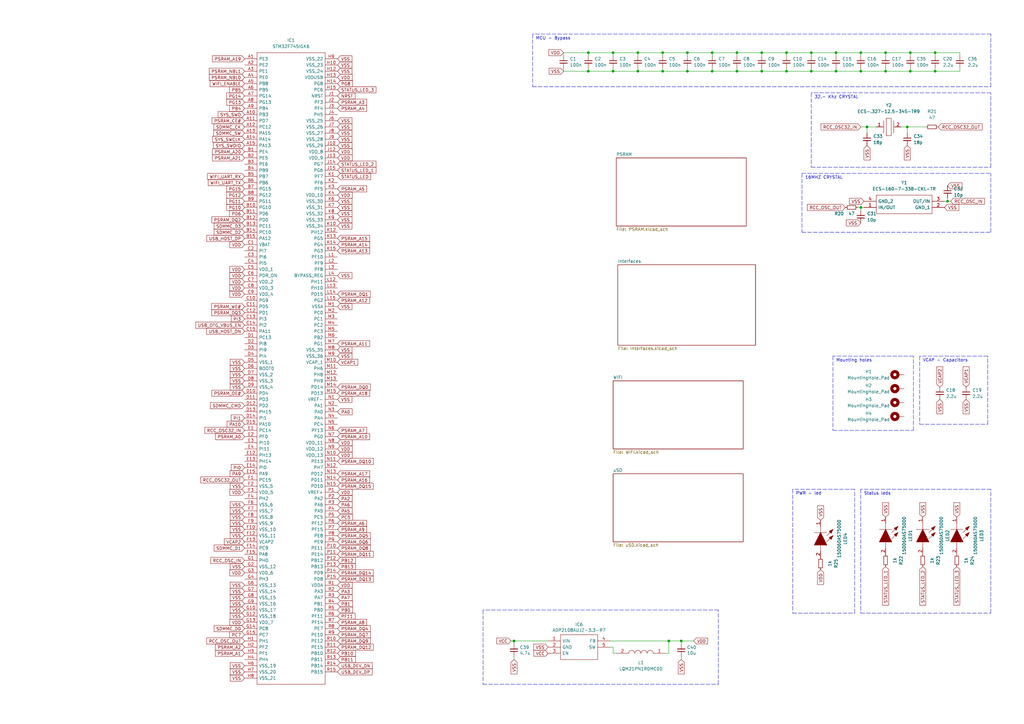
<source format=kicad_sch>
(kicad_sch (version 20211123) (generator eeschema)
  (paper "A3")
  (junction (at 271.78 29.21))
  (junction (at 292.1 21.59))
  (junction (at 312.42 29.21))
  (junction (at 322.58 21.59))
  (junction (at 261.62 29.21))
  (junction (at 342.9 21.59))
  (junction (at 302.26 21.59))
  (junction (at 363.22 29.21))
  (junction (at 342.9 29.21))
  (junction (at 332.74 21.59))
  (junction (at 271.78 21.59))
  (junction (at 281.94 29.21))
  (junction (at 241.3 21.59))
  (junction (at 251.46 21.59))
  (junction (at 251.46 29.21))
  (junction (at 312.42 21.59))
  (junction (at 355.6 52.07))
  (junction (at 353.06 21.59))
  (junction (at 332.74 29.21))
  (junction (at 373.38 29.21))
  (junction (at 383.54 21.59))
  (junction (at 373.38 21.59))
  (junction (at 281.94 21.59))
  (junction (at 210.82 262.89))
  (junction (at 353.06 29.21))
  (junction (at 279.4 262.89))
  (junction (at 372.11 52.07))
  (junction (at 274.32 262.89))
  (junction (at 241.3 29.21))
  (junction (at 383.54 29.21))
  (junction (at 363.22 21.59))
  (junction (at 353.06 85.09))
  (junction (at 292.1 29.21))
  (junction (at 322.58 29.21))
  (junction (at 261.62 21.59))
  (junction (at 302.26 29.21))
  (junction (at 388.62 82.55))
  (wire (pts (xy 279.4 270.51) (xy 279.4 269.24)))
  (polyline (pts (xy 328.93 71.12) (xy 328.93 95.25)))
  (polyline (pts (xy 198.12 250.19) (xy 198.12 280.67)))
  (polyline (pts (xy 350.52 200.66) (xy 325.12 200.66)))
  (wire (pts (xy 373.38 21.59) (xy 363.22 21.59)))
  (polyline (pts (xy 406.4 95.25) (xy 406.4 71.12)))
  (wire (pts (xy 372.11 52.07) (xy 372.11 54.61)))
  (wire (pts (xy 210.82 270.51) (xy 210.82 269.24)))
  (polyline (pts (xy 328.93 71.12) (xy 406.4 71.12)))
  (wire (pts (xy 332.74 21.59) (xy 322.58 21.59)))
  (wire (pts (xy 302.26 27.94) (xy 302.26 29.21)))
  (polyline (pts (xy 198.12 280.67) (xy 294.64 280.67)))
  (wire (pts (xy 363.22 22.86) (xy 363.22 21.59)))
  (wire (pts (xy 261.62 27.94) (xy 261.62 29.21)))
  (wire (pts (xy 363.22 21.59) (xy 353.06 21.59)))
  (wire (pts (xy 312.42 29.21) (xy 322.58 29.21)))
  (wire (pts (xy 274.32 267.97) (xy 274.32 262.89)))
  (wire (pts (xy 261.62 21.59) (xy 251.46 21.59)))
  (wire (pts (xy 312.42 21.59) (xy 302.26 21.59)))
  (wire (pts (xy 373.38 21.59) (xy 373.38 22.86)))
  (wire (pts (xy 279.4 262.89) (xy 279.4 264.16)))
  (wire (pts (xy 373.38 27.94) (xy 373.38 29.21)))
  (wire (pts (xy 251.46 22.86) (xy 251.46 21.59)))
  (polyline (pts (xy 353.06 200.66) (xy 353.06 251.46)))
  (wire (pts (xy 322.58 21.59) (xy 312.42 21.59)))
  (polyline (pts (xy 374.65 176.53) (xy 374.65 146.05)))
  (polyline (pts (xy 350.52 251.46) (xy 350.52 200.66)))
  (polyline (pts (xy 332.74 38.1) (xy 332.74 68.58)))
  (wire (pts (xy 250.19 265.43) (xy 251.46 265.43)))
  (wire (pts (xy 302.26 29.21) (xy 312.42 29.21)))
  (polyline (pts (xy 341.63 146.05) (xy 341.63 176.53)))
  (wire (pts (xy 383.54 27.94) (xy 383.54 29.21)))
  (wire (pts (xy 353.06 22.86) (xy 353.06 21.59)))
  (wire (pts (xy 241.3 22.86) (xy 241.3 21.59)))
  (wire (pts (xy 312.42 22.86) (xy 312.42 21.59)))
  (wire (pts (xy 373.38 21.59) (xy 383.54 21.59)))
  (polyline (pts (xy 406.4 251.46) (xy 406.4 200.66)))
  (wire (pts (xy 355.6 52.07) (xy 359.41 52.07)))
  (wire (pts (xy 261.62 22.86) (xy 261.62 21.59)))
  (wire (pts (xy 355.6 54.61) (xy 355.6 52.07)))
  (wire (pts (xy 209.55 262.89) (xy 210.82 262.89)))
  (wire (pts (xy 292.1 21.59) (xy 281.94 21.59)))
  (wire (pts (xy 393.7 27.94) (xy 393.7 29.21)))
  (wire (pts (xy 332.74 27.94) (xy 332.74 29.21)))
  (polyline (pts (xy 325.12 251.46) (xy 350.52 251.46)))
  (wire (pts (xy 342.9 22.86) (xy 342.9 21.59)))
  (wire (pts (xy 251.46 21.59) (xy 241.3 21.59)))
  (polyline (pts (xy 406.4 38.1) (xy 332.74 38.1)))
  (wire (pts (xy 353.06 21.59) (xy 342.9 21.59)))
  (wire (pts (xy 241.3 21.59) (xy 231.14 21.59)))
  (wire (pts (xy 353.06 29.21) (xy 363.22 29.21)))
  (wire (pts (xy 322.58 29.21) (xy 332.74 29.21)))
  (polyline (pts (xy 377.19 173.99) (xy 405.13 173.99)))
  (polyline (pts (xy 328.93 95.25) (xy 406.4 95.25)))
  (wire (pts (xy 363.22 29.21) (xy 373.38 29.21)))
  (wire (pts (xy 251.46 29.21) (xy 261.62 29.21)))
  (wire (pts (xy 322.58 22.86) (xy 322.58 21.59)))
  (polyline (pts (xy 332.74 68.58) (xy 406.4 68.58)))
  (wire (pts (xy 271.78 21.59) (xy 261.62 21.59)))
  (wire (pts (xy 353.06 27.94) (xy 353.06 29.21)))
  (wire (pts (xy 261.62 29.21) (xy 271.78 29.21)))
  (wire (pts (xy 372.11 52.07) (xy 379.73 52.07)))
  (polyline (pts (xy 405.13 173.99) (xy 405.13 146.05)))
  (wire (pts (xy 342.9 21.59) (xy 332.74 21.59)))
  (wire (pts (xy 342.9 29.21) (xy 353.06 29.21)))
  (polyline (pts (xy 218.44 35.56) (xy 406.4 35.56)))
  (wire (pts (xy 332.74 29.21) (xy 342.9 29.21)))
  (polyline (pts (xy 294.64 280.67) (xy 294.64 250.19)))
  (polyline (pts (xy 294.64 250.19) (xy 198.12 250.19)))
  (wire (pts (xy 231.14 27.94) (xy 231.14 29.21)))
  (wire (pts (xy 388.62 81.28) (xy 388.62 82.55)))
  (wire (pts (xy 231.14 21.59) (xy 231.14 22.86)))
  (wire (pts (xy 292.1 29.21) (xy 302.26 29.21)))
  (wire (pts (xy 393.7 22.86) (xy 393.7 21.59)))
  (wire (pts (xy 312.42 27.94) (xy 312.42 29.21)))
  (wire (pts (xy 281.94 29.21) (xy 292.1 29.21)))
  (wire (pts (xy 250.19 262.89) (xy 274.32 262.89)))
  (wire (pts (xy 210.82 262.89) (xy 224.79 262.89)))
  (wire (pts (xy 273.05 267.97) (xy 274.32 267.97)))
  (wire (pts (xy 373.38 29.21) (xy 383.54 29.21)))
  (wire (pts (xy 383.54 22.86) (xy 383.54 21.59)))
  (wire (pts (xy 388.62 82.55) (xy 389.89 82.55)))
  (wire (pts (xy 251.46 267.97) (xy 252.73 267.97)))
  (polyline (pts (xy 374.65 146.05) (xy 341.63 146.05)))
  (wire (pts (xy 353.06 85.09) (xy 353.06 86.36)))
  (wire (pts (xy 271.78 27.94) (xy 271.78 29.21)))
  (polyline (pts (xy 377.19 146.05) (xy 377.19 173.99)))
  (wire (pts (xy 281.94 27.94) (xy 281.94 29.21)))
  (wire (pts (xy 241.3 29.21) (xy 251.46 29.21)))
  (wire (pts (xy 292.1 22.86) (xy 292.1 21.59)))
  (polyline (pts (xy 325.12 200.66) (xy 325.12 251.46)))
  (wire (pts (xy 281.94 22.86) (xy 281.94 21.59)))
  (wire (pts (xy 210.82 264.16) (xy 210.82 262.89)))
  (wire (pts (xy 322.58 27.94) (xy 322.58 29.21)))
  (polyline (pts (xy 406.4 13.97) (xy 218.44 13.97)))
  (polyline (pts (xy 353.06 251.46) (xy 406.4 251.46)))
  (wire (pts (xy 251.46 265.43) (xy 251.46 267.97)))
  (wire (pts (xy 342.9 27.94) (xy 342.9 29.21)))
  (wire (pts (xy 302.26 22.86) (xy 302.26 21.59)))
  (wire (pts (xy 292.1 27.94) (xy 292.1 29.21)))
  (polyline (pts (xy 406.4 68.58) (xy 406.4 38.1)))
  (wire (pts (xy 251.46 27.94) (xy 251.46 29.21)))
  (wire (pts (xy 332.74 22.86) (xy 332.74 21.59)))
  (wire (pts (xy 351.79 85.09) (xy 353.06 85.09)))
  (wire (pts (xy 363.22 27.94) (xy 363.22 29.21)))
  (wire (pts (xy 231.14 29.21) (xy 241.3 29.21)))
  (wire (pts (xy 387.35 82.55) (xy 388.62 82.55)))
  (wire (pts (xy 353.06 85.09) (xy 354.33 85.09)))
  (wire (pts (xy 369.57 52.07) (xy 372.11 52.07)))
  (wire (pts (xy 383.54 21.59) (xy 393.7 21.59)))
  (wire (pts (xy 271.78 29.21) (xy 281.94 29.21)))
  (wire (pts (xy 241.3 27.94) (xy 241.3 29.21)))
  (polyline (pts (xy 406.4 200.66) (xy 353.06 200.66)))
  (polyline (pts (xy 341.63 176.53) (xy 374.65 176.53)))
  (wire (pts (xy 281.94 21.59) (xy 271.78 21.59)))
  (wire (pts (xy 383.54 29.21) (xy 393.7 29.21)))
  (wire (pts (xy 279.4 262.89) (xy 284.48 262.89)))
  (polyline (pts (xy 405.13 146.05) (xy 377.19 146.05)))
  (polyline (pts (xy 218.44 13.97) (xy 218.44 35.56)))
  (polyline (pts (xy 406.4 35.56) (xy 406.4 13.97)))
  (wire (pts (xy 279.4 262.89) (xy 274.32 262.89)))
  (wire (pts (xy 353.06 52.07) (xy 355.6 52.07)))
  (wire (pts (xy 302.26 21.59) (xy 292.1 21.59)))
  (wire (pts (xy 271.78 22.86) (xy 271.78 21.59)))
  (text "16MHZ CRYSTAL" (at 330.2 73.66 0) (effects (font (size 1.27 1.27)) (justify left bottom)))
  (text "32.- Khz CRYSTAL" (at 334.01 40.64 0) (effects (font (size 1.27 1.27)) (justify left bottom)))
  (text "PWR - led" (at 326.39 203.2 0) (effects (font (size 1.27 1.27)) (justify left bottom)))
  (text "Status leds" (at 354.33 203.2 0) (effects (font (size 1.27 1.27)) (justify left bottom)))
  (text "VCAP - Capacitors" (at 378.46 148.59 0) (effects (font (size 1.27 1.27)) (justify left bottom)))
  (text "Mounting holes" (at 342.9 148.59 0) (effects (font (size 1.27 1.27)) (justify left bottom)))
  (text "MCU - Bypass" (at 219.71 16.51 0) (effects (font (size 1.27 1.27)) (justify left bottom)))
  (global_label "VDD" (shape input) (at 138.43 186.69 0) (property "Intersheet References" "${INTERSHEET_REFS}" (effects hide)))
  (global_label "PA9" (shape input) (at 100.33 194.31 180) (property "Intersheet References" "${INTERSHEET_REFS}" (effects hide)))
  (global_label "PA5" (shape input) (at 138.43 209.55 0) (property "Intersheet References" "${INTERSHEET_REFS}" (effects hide)))
  (global_label "WIFI_UART_RX" (shape input) (at 100.33 72.39 180) (property "Intersheet References" "${INTERSHEET_REFS}" (effects hide)))
  (global_label "STATUS_LED" (shape input) (at 138.43 72.39 0) (property "Intersheet References" "${INTERSHEET_REFS}" (effects hide)))
  (global_label "VSS" (shape input) (at 100.33 242.57 180) (property "Intersheet References" "${INTERSHEET_REFS}" (effects hide)))
  (global_label "PSRAM_A21" (shape input) (at 100.33 64.77 180) (property "Intersheet References" "${INTERSHEET_REFS}" (effects hide)))
  (global_label "VDD" (shape input) (at 100.33 120.65 180) (property "Intersheet References" "${INTERSHEET_REFS}" (effects hide)))
  (global_label "VCAP1" (shape input) (at 396.24 158.75 90) (property "Intersheet References" "${INTERSHEET_REFS}" (effects hide)))
  (global_label "VSS" (shape input) (at 100.33 252.73 180) (property "Intersheet References" "${INTERSHEET_REFS}" (effects hide)))
  (global_label "VSS" (shape input) (at 100.33 273.05 180) (property "Intersheet References" "${INTERSHEET_REFS}" (effects hide)))
  (global_label "PSRAM_DQ5" (shape input) (at 138.43 219.71 0) (property "Intersheet References" "${INTERSHEET_REFS}" (effects hide)))
  (global_label "SDMMC_SW" (shape input) (at 100.33 54.61 180) (property "Intersheet References" "${INTERSHEET_REFS}" (effects hide)))
  (global_label "VSS" (shape input) (at 224.79 265.43 180) (property "Intersheet References" "${INTERSHEET_REFS}" (effects hide)))
  (global_label "PSRAM_DQ6" (shape input) (at 138.43 222.25 0) (property "Intersheet References" "${INTERSHEET_REFS}" (effects hide)))
  (global_label "VDD" (shape input) (at 100.33 234.95 180) (property "Intersheet References" "${INTERSHEET_REFS}" (effects hide)))
  (global_label "STATUS_LED_2" (shape input) (at 138.43 67.31 0) (property "Intersheet References" "${INTERSHEET_REFS}" (effects hide)))
  (global_label "VSS" (shape input) (at 372.11 59.69 270) (property "Intersheet References" "${INTERSHEET_REFS}" (effects hide)))
  (global_label "PB13" (shape input) (at 138.43 232.41 0) (property "Intersheet References" "${INTERSHEET_REFS}" (effects hide)))
  (global_label "PB10" (shape input) (at 138.43 267.97 0) (property "Intersheet References" "${INTERSHEET_REFS}" (effects hide)))
  (global_label "VCC" (shape input) (at 209.55 262.89 180) (effects (font (size 1.2192 1.2192))) (property "Intersheet References" "${INTERSHEET_REFS}" (effects hide)))
  (global_label "VSS" (shape input) (at 388.62 76.2 0) (property "Intersheet References" "${INTERSHEET_REFS}" (effects hide)))
  (global_label "VSS" (shape input) (at 396.24 163.83 270) (property "Intersheet References" "${INTERSHEET_REFS}" (effects hide)))
  (global_label "RCC_OSC32_OUT" (shape input) (at 384.81 52.07 0) (property "Intersheet References" "${INTERSHEET_REFS}" (effects hide)))
  (global_label "PSRAM_DQ13" (shape input) (at 138.43 237.49 0) (property "Intersheet References" "${INTERSHEET_REFS}" (effects hide)))
  (global_label "USB_OTG_VBUS_EN" (shape input) (at 100.33 133.35 180) (property "Intersheet References" "${INTERSHEET_REFS}" (effects hide)))
  (global_label "PSRAM_DQ14" (shape input) (at 138.43 234.95 0) (property "Intersheet References" "${INTERSHEET_REFS}" (effects hide)))
  (global_label "VSS" (shape input) (at 100.33 245.11 180) (property "Intersheet References" "${INTERSHEET_REFS}" (effects hide)))
  (global_label "SYS_SWDIO" (shape input) (at 100.33 59.69 180) (property "Intersheet References" "${INTERSHEET_REFS}" (effects hide)))
  (global_label "VSS" (shape input) (at 355.6 59.69 270) (property "Intersheet References" "${INTERSHEET_REFS}" (effects hide)))
  (global_label "VDD" (shape input) (at 138.43 181.61 0) (property "Intersheet References" "${INTERSHEET_REFS}" (effects hide)))
  (global_label "PSRAM_A7" (shape input) (at 138.43 176.53 0) (property "Intersheet References" "${INTERSHEET_REFS}" (effects hide)))
  (global_label "SDMMC_CMD" (shape input) (at 100.33 166.37 180) (property "Intersheet References" "${INTERSHEET_REFS}" (effects hide)))
  (global_label "VSS" (shape input) (at 100.33 278.13 180) (property "Intersheet References" "${INTERSHEET_REFS}" (effects hide)))
  (global_label "SDMMC_D2" (shape input) (at 100.33 95.25 180) (property "Intersheet References" "${INTERSHEET_REFS}" (effects hide)))
  (global_label "VSS" (shape input) (at 385.445 163.83 270) (property "Intersheet References" "${INTERSHEET_REFS}" (effects hide)))
  (global_label "VCAP1" (shape input) (at 138.43 148.59 0) (property "Intersheet References" "${INTERSHEET_REFS}" (effects hide)))
  (global_label "VDD" (shape input) (at 100.33 110.49 180) (property "Intersheet References" "${INTERSHEET_REFS}" (effects hide)))
  (global_label "VSS" (shape input) (at 387.35 85.09 0) (property "Intersheet References" "${INTERSHEET_REFS}" (effects hide)))
  (global_label "VSS" (shape input) (at 231.14 29.21 180) (property "Intersheet References" "${INTERSHEET_REFS}" (effects hide)))
  (global_label "USB_HOST_DN" (shape input) (at 100.33 135.89 180) (property "Intersheet References" "${INTERSHEET_REFS}" (effects hide)))
  (global_label "VSS" (shape input) (at 138.43 92.71 0) (property "Intersheet References" "${INTERSHEET_REFS}" (effects hide)))
  (global_label "VSS" (shape input) (at 279.4 270.51 270) (property "Intersheet References" "${INTERSHEET_REFS}" (effects hide)))
  (global_label "VSS" (shape input) (at 100.33 247.65 180) (property "Intersheet References" "${INTERSHEET_REFS}" (effects hide)))
  (global_label "PSRAM_A20" (shape input) (at 100.33 62.23 180) (property "Intersheet References" "${INTERSHEET_REFS}" (effects hide)))
  (global_label "PB12" (shape input) (at 138.43 229.87 0) (property "Intersheet References" "${INTERSHEET_REFS}" (effects hide)))
  (global_label "VSS" (shape input) (at 100.33 151.13 180) (property "Intersheet References" "${INTERSHEET_REFS}" (effects hide)))
  (global_label "VSS" (shape input) (at 138.43 87.63 0) (property "Intersheet References" "${INTERSHEET_REFS}" (effects hide)))
  (global_label "STATUS_LED_1" (shape input) (at 138.43 69.85 0) (property "Intersheet References" "${INTERSHEET_REFS}" (effects hide)))
  (global_label "PSRAM_DQ9" (shape input) (at 138.43 262.89 0) (property "Intersheet References" "${INTERSHEET_REFS}" (effects hide)))
  (global_label "RCC_OSC_IN" (shape input) (at 389.89 82.55 0) (property "Intersheet References" "${INTERSHEET_REFS}" (effects hide)))
  (global_label "STATUS_LED_2" (shape input) (at 378.46 232.41 270) (property "Intersheet References" "${INTERSHEET_REFS}" (effects hide)))
  (global_label "VSS" (shape input) (at 100.33 275.59 180) (property "Intersheet References" "${INTERSHEET_REFS}" (effects hide)))
  (global_label "PI1" (shape input) (at 100.33 171.45 180) (property "Intersheet References" "${INTERSHEET_REFS}" (effects hide)))
  (global_label "PSRAM_A19" (shape input) (at 100.33 24.13 180) (property "Intersheet References" "${INTERSHEET_REFS}" (effects hide)))
  (global_label "RCC_OSC32_IN" (shape input) (at 100.33 176.53 180) (property "Intersheet References" "${INTERSHEET_REFS}" (effects hide)))
  (global_label "PSRAM_A3" (shape input) (at 138.43 41.91 0) (property "Intersheet References" "${INTERSHEET_REFS}" (effects hide)))
  (global_label "VSS" (shape input) (at 100.33 148.59 180) (property "Intersheet References" "${INTERSHEET_REFS}" (effects hide)))
  (global_label "PSRAM_NBL0" (shape input) (at 100.33 31.75 180) (property "Intersheet References" "${INTERSHEET_REFS}" (effects hide)))
  (global_label "RCC_OSC_OUT" (shape input) (at 346.71 85.09 180) (property "Intersheet References" "${INTERSHEET_REFS}" (effects hide)))
  (global_label "PSRAM_A9" (shape input) (at 138.43 217.17 0) (property "Intersheet References" "${INTERSHEET_REFS}" (effects hide)))
  (global_label "VSS" (shape input) (at 210.82 270.51 270) (property "Intersheet References" "${INTERSHEET_REFS}" (effects hide)))
  (global_label "PSRAM_DQ1" (shape input) (at 138.43 120.65 0) (property "Intersheet References" "${INTERSHEET_REFS}" (effects hide)))
  (global_label "PA3" (shape input) (at 138.43 242.57 0) (property "Intersheet References" "${INTERSHEET_REFS}" (effects hide)))
  (global_label "VSS" (shape input) (at 138.43 57.15 0) (property "Intersheet References" "${INTERSHEET_REFS}" (effects hide)))
  (global_label "PD6" (shape input) (at 100.33 87.63 180) (property "Intersheet References" "${INTERSHEET_REFS}" (effects hide)))
  (global_label "SDMMC_D3" (shape input) (at 100.33 92.71 180) (property "Intersheet References" "${INTERSHEET_REFS}" (effects hide)))
  (global_label "PB11" (shape input) (at 138.43 270.51 0) (property "Intersheet References" "${INTERSHEET_REFS}" (effects hide)))
  (global_label "VSS" (shape input) (at 138.43 146.05 0) (property "Intersheet References" "${INTERSHEET_REFS}" (effects hide)))
  (global_label "PA6" (shape input) (at 138.43 207.01 0) (property "Intersheet References" "${INTERSHEET_REFS}" (effects hide)))
  (global_label "VSS" (shape input) (at 138.43 125.73 0) (property "Intersheet References" "${INTERSHEET_REFS}" (effects hide)))
  (global_label "VDD" (shape input) (at 336.55 233.68 270) (property "Intersheet References" "${INTERSHEET_REFS}" (effects hide)))
  (global_label "VSS" (shape input) (at 100.33 158.75 180) (property "Intersheet References" "${INTERSHEET_REFS}" (effects hide)))
  (global_label "VSS" (shape input) (at 354.33 82.55 180) (property "Intersheet References" "${INTERSHEET_REFS}" (effects hide)))
  (global_label "WIFI_ENABLE" (shape input) (at 100.33 34.29 180) (property "Intersheet References" "${INTERSHEET_REFS}" (effects hide)))
  (global_label "NRST" (shape input) (at 138.43 39.37 0) (property "Intersheet References" "${INTERSHEET_REFS}" (effects hide)))
  (global_label "VDD" (shape input) (at 138.43 80.01 0) (property "Intersheet References" "${INTERSHEET_REFS}" (effects hide)))
  (global_label "PSRAM_A4" (shape input) (at 138.43 44.45 0) (property "Intersheet References" "${INTERSHEET_REFS}" (effects hide)))
  (global_label "VDD" (shape input) (at 100.33 118.11 180) (property "Intersheet References" "${INTERSHEET_REFS}" (effects hide)))
  (global_label "PSRAM_A11" (shape input) (at 138.43 140.97 0) (property "Intersheet References" "${INTERSHEET_REFS}" (effects hide)))
  (global_label "PA10" (shape input) (at 100.33 173.99 180) (property "Intersheet References" "${INTERSHEET_REFS}" (effects hide)))
  (global_label "SDMMC_D1" (shape input) (at 100.33 224.79 180) (property "Intersheet References" "${INTERSHEET_REFS}" (effects hide)))
  (global_label "VSS" (shape input) (at 138.43 82.55 0) (property "Intersheet References" "${INTERSHEET_REFS}" (effects hide)))
  (global_label "WIFI_UART_TX" (shape input) (at 100.33 74.93 180) (property "Intersheet References" "${INTERSHEET_REFS}" (effects hide)))
  (global_label "PSRAM_A14" (shape input) (at 138.43 100.33 0) (property "Intersheet References" "${INTERSHEET_REFS}" (effects hide)))
  (global_label "PC7" (shape input) (at 100.33 260.35 180) (property "Intersheet References" "${INTERSHEET_REFS}" (effects hide)))
  (global_label "PG13" (shape input) (at 100.33 41.91 180) (property "Intersheet References" "${INTERSHEET_REFS}" (effects hide)))
  (global_label "RCC_OSC32_OUT" (shape input) (at 100.33 196.85 180) (property "Intersheet References" "${INTERSHEET_REFS}" (effects hide)))
  (global_label "PSRAM_DQ11" (shape input) (at 138.43 227.33 0) (property "Intersheet References" "${INTERSHEET_REFS}" (effects hide)))
  (global_label "PB4" (shape input) (at 100.33 44.45 180) (property "Intersheet References" "${INTERSHEET_REFS}" (effects hide)))
  (global_label "VSS" (shape input) (at 100.33 214.63 180) (property "Intersheet References" "${INTERSHEET_REFS}" (effects hide)))
  (global_label "PSRAM_DQ4" (shape input) (at 138.43 257.81 0) (property "Intersheet References" "${INTERSHEET_REFS}" (effects hide)))
  (global_label "PG10" (shape input) (at 100.33 85.09 180) (property "Intersheet References" "${INTERSHEET_REFS}" (effects hide)))
  (global_label "VSS" (shape input) (at 138.43 52.07 0) (property "Intersheet References" "${INTERSHEET_REFS}" (effects hide)))
  (global_label "VSS" (shape input) (at 138.43 163.83 0) (property "Intersheet References" "${INTERSHEET_REFS}" (effects hide)))
  (global_label "VSS" (shape input) (at 353.06 91.44 180) (property "Intersheet References" "${INTERSHEET_REFS}" (effects hide)))
  (global_label "USB_HOST_DP" (shape input) (at 100.33 97.79 180) (property "Intersheet References" "${INTERSHEET_REFS}" (effects hide)))
  (global_label "VSS" (shape input) (at 392.43 212.09 90) (property "Intersheet References" "${INTERSHEET_REFS}" (effects hide)))
  (global_label "VSS" (shape input) (at 100.33 219.71 180) (property "Intersheet References" "${INTERSHEET_REFS}" (effects hide)))
  (global_label "RCC_OSC32_IN" (shape input) (at 353.06 52.07 180) (property "Intersheet References" "${INTERSHEET_REFS}" (effects hide)))
  (global_label "VSS" (shape input) (at 100.33 212.09 180) (property "Intersheet References" "${INTERSHEET_REFS}" (effects hide)))
  (global_label "PB5" (shape input) (at 100.33 36.83 180) (property "Intersheet References" "${INTERSHEET_REFS}" (effects hide)))
  (global_label "PSRAM_DQ7" (shape input) (at 138.43 260.35 0) (property "Intersheet References" "${INTERSHEET_REFS}" (effects hide)))
  (global_label "PSRAM_DQ10" (shape input) (at 138.43 189.23 0) (property "Intersheet References" "${INTERSHEET_REFS}" (effects hide)))
  (global_label "PSRAM_A16" (shape input) (at 138.43 196.85 0) (property "Intersheet References" "${INTERSHEET_REFS}" (effects hide)))
  (global_label "VDD" (shape input) (at 138.43 31.75 0) (property "Intersheet References" "${INTERSHEET_REFS}" (effects hide)))
  (global_label "SDMMC_D0" (shape input) (at 100.33 257.81 180) (property "Intersheet References" "${INTERSHEET_REFS}" (effects hide)))
  (global_label "VSS" (shape input) (at 138.43 85.09 0) (property "Intersheet References" "${INTERSHEET_REFS}" (effects hide)))
  (global_label "VSS" (shape input) (at 100.33 240.03 180) (property "Intersheet References" "${INTERSHEET_REFS}" (effects hide)))
  (global_label "PI3" (shape input) (at 100.33 130.81 180) (property "Intersheet References" "${INTERSHEET_REFS}" (effects hide)))
  (global_label "VDD" (shape input) (at 100.33 113.03 180) (property "Intersheet References" "${INTERSHEET_REFS}" (effects hide)))
  (global_label "PSRAM_CE#" (shape input) (at 100.33 49.53 180) (property "Intersheet References" "${INTERSHEET_REFS}" (effects hide)))
  (global_label "VDD" (shape input) (at 100.33 115.57 180) (property "Intersheet References" "${INTERSHEET_REFS}" (effects hide)))
  (global_label "RCC_OSC_OUT" (shape input) (at 100.33 262.89 180) (property "Intersheet References" "${INTERSHEET_REFS}" (effects hide)))
  (global_label "VSS" (shape input) (at 138.43 143.51 0) (property "Intersheet References" "${INTERSHEET_REFS}" (effects hide)))
  (global_label "VDD" (shape input) (at 100.33 201.93 180) (property "Intersheet References" "${INTERSHEET_REFS}" (effects hide)))
  (global_label "PA0" (shape input) (at 138.43 168.91 0) (property "Intersheet References" "${INTERSHEET_REFS}" (effects hide)))
  (global_label "PA7" (shape input) (at 138.43 245.11 0) (property "Intersheet References" "${INTERSHEET_REFS}" (effects hide)))
  (global_label "VDD" (shape input) (at 138.43 64.77 0) (property "Intersheet References" "${INTERSHEET_REFS}" (effects hide)))
  (global_label "PSRAM_A10" (shape input) (at 138.43 179.07 0) (property "Intersheet References" "${INTERSHEET_REFS}" (effects hide)))
  (global_label "PSRAM_DQ3" (shape input) (at 100.33 128.27 180) (property "Intersheet References" "${INTERSHEET_REFS}" (effects hide)))
  (global_label "PSRAM_A8" (shape input) (at 138.43 255.27 0) (property "Intersheet References" "${INTERSHEET_REFS}" (effects hide)))
  (global_label "PG11" (shape input) (at 100.33 82.55 180) (property "Intersheet References" "${INTERSHEET_REFS}" (effects hide)))
  (global_label "USB_DEV_DN" (shape input) (at 138.43 273.05 0) (property "Intersheet References" "${INTERSHEET_REFS}" (effects hide)))
  (global_label "PSRAM_A5" (shape input) (at 138.43 77.47 0) (property "Intersheet References" "${INTERSHEET_REFS}" (effects hide)))
  (global_label "PSRAM_A15" (shape input) (at 138.43 97.79 0) (property "Intersheet References" "${INTERSHEET_REFS}" (effects hide)))
  (global_label "VSS" (shape input) (at 336.55 213.36 90) (property "Intersheet References" "${INTERSHEET_REFS}" (effects hide)))
  (global_label "VSS" (shape input) (at 138.43 24.13 0) (property "Intersheet References" "${INTERSHEET_REFS}" (effects hide)))
  (global_label "PG14" (shape input) (at 100.33 39.37 180) (property "Intersheet References" "${INTERSHEET_REFS}" (effects hide)))
  (global_label "PSRAM_A17" (shape input) (at 138.43 194.31 0) (property "Intersheet References" "${INTERSHEET_REFS}" (effects hide)))
  (global_label "PSRAM_NBL1" (shape input) (at 100.33 29.21 180) (property "Intersheet References" "${INTERSHEET_REFS}" (effects hide)))
  (global_label "STATUS_LED_1" (shape input) (at 363.22 232.41 270) (property "Intersheet References" "${INTERSHEET_REFS}" (effects hide)))
  (global_label "PSRAM_DQ2" (shape input) (at 100.33 90.17 180) (property "Intersheet References" "${INTERSHEET_REFS}" (effects hide)))
  (global_label "PSRAM_A1" (shape input) (at 100.33 267.97 180) (property "Intersheet References" "${INTERSHEET_REFS}" (effects hide)))
  (global_label "PSRAM_A13" (shape input) (at 138.43 102.87 0) (property "Intersheet References" "${INTERSHEET_REFS}" (effects hide)))
  (global_label "VDD" (shape input) (at 100.33 100.33 180) (property "Intersheet References" "${INTERSHEET_REFS}" (effects hide)))
  (global_label "VCAP2" (shape input) (at 385.445 158.75 90) (property "Intersheet References" "${INTERSHEET_REFS}" (effects hide)))
  (global_label "VSS" (shape input) (at 138.43 59.69 0) (property "Intersheet References" "${INTERSHEET_REFS}" (effects hide)))
  (global_label "PSRAM_A0" (shape input) (at 100.33 179.07 180) (property "Intersheet References" "${INTERSHEET_REFS}" (effects hide)))
  (global_label "VSS" (shape input) (at 363.22 212.09 90) (property "Intersheet References" "${INTERSHEET_REFS}" (effects hide)))
  (global_label "PSRAM_DQ0" (shape input) (at 138.43 158.75 0) (property "Intersheet References" "${INTERSHEET_REFS}" (effects hide)))
  (global_label "VCC" (shape input) (at 224.79 267.97 180) (effects (font (size 1.2192 1.2192))) (property "Intersheet References" "${INTERSHEET_REFS}" (effects hide)))
  (global_label "PSRAM_A18" (shape input) (at 138.43 161.29 0) (property "Intersheet References" "${INTERSHEET_REFS}" (effects hide)))
  (global_label "PSRAM_WE#" (shape input) (at 100.33 125.73 180) (property "Intersheet References" "${INTERSHEET_REFS}" (effects hide)))
  (global_label "VSS" (shape input) (at 100.33 250.19 180) (property "Intersheet References" "${INTERSHEET_REFS}" (effects hide)))
  (global_label "VSS" (shape input) (at 100.33 156.21 180) (property "Intersheet References" "${INTERSHEET_REFS}" (effects hide)))
  (global_label "PSRAM_DQ15" (shape input) (at 138.43 199.39 0) (property "Intersheet References" "${INTERSHEET_REFS}" (effects hide)))
  (global_label "PSRAM_DQ8" (shape input) (at 138.43 224.79 0) (property "Intersheet References" "${INTERSHEET_REFS}" (effects hide)))
  (global_label "VSS" (shape input) (at 100.33 153.67 180) (property "Intersheet References" "${INTERSHEET_REFS}" (effects hide)))
  (global_label "VSS" (shape input) (at 100.33 199.39 180) (property "Intersheet References" "${INTERSHEET_REFS}" (effects hide)))
  (global_label "VSS" (shape input) (at 100.33 209.55 180) (property "Intersheet References" "${INTERSHEET_REFS}" (effects hide)))
  (global_label "VSS" (shape input) (at 100.33 207.01 180) (property "Intersheet References" "${INTERSHEET_REFS}" (effects hide)))
  (global_label "SYS_SWO" (shape input) (at 100.33 46.99 180) (property "Intersheet References" "${INTERSHEET_REFS}" (effects hide)))
  (global_label "STATUS_LED_3" (shape input) (at 392.43 232.41 270) (property "Intersheet References" "${INTERSHEET_REFS}" (effects hide)))
  (global_label "PG8" (shape input) (at 138.43 34.29 0) (property "Intersheet References" "${INTERSHEET_REFS}" (effects hide)))
  (global_label "PSRAM_A2" (shape input) (at 100.33 265.43 180) (property "Intersheet References" "${INTERSHEET_REFS}" (effects hide)))
  (global_label "PC5" (shape input) (at 138.43 212.09 0) (property "Intersheet References" "${INTERSHEET_REFS}" (effects hide)))
  (global_label "PSRAM_A12" (shape input) (at 138.43 123.19 0) (property "Intersheet References" "${INTERSHEET_REFS}" (effects hide)))
  (global_label "VSS" (shape input) (at 138.43 49.53 0) (property "Intersheet References" "${INTERSHEET_REFS}" (effects hide)))
  (global_label "VSS" (shape input) (at 100.33 232.41 180) (property "Intersheet References" "${INTERSHEET_REFS}" (effects hide)))
  (global_label "RCC_OSC_IN" (shape input) (at 100.33 229.87 180) (property "Intersheet References" "${INTERSHEET_REFS}" (effects hide)))
  (global_label "SDMMC_CK" (shape input) (at 100.33 52.07 180) (property "Intersheet References" "${INTERSHEET_REFS}" (effects hide)))
  (global_label "VDD" (shape input) (at 138.43 240.03 0) (property "Intersheet References" "${INTERSHEET_REFS}" (effects hide)))
  (global_label "VCAP2" (shape input) (at 100.33 222.25 180) (property "Intersheet References" "${INTERSHEET_REFS}" (effects hide)))
  (global_label "PSRAM_A6" (shape input) (at 138.43 214.63 0) (property "Intersheet References" "${INTERSHEET_REFS}" (effects hide)))
  (global_label "VSS" (shape input) (at 138.43 54.61 0) (property "Intersheet References" "${INTERSHEET_REFS}" (effects hide)))
  (global_label "VSS" (shape input) (at 378.46 212.09 90) (property "Intersheet References" "${INTERSHEET_REFS}" (effects hide)))
  (global_label "PG12" (shape input) (at 100.33 80.01 180) (property "Intersheet References" "${INTERSHEET_REFS}" (effects hide)))
  (global_label "PI0" (shape input) (at 100.33 191.77 180) (property "Intersheet References" "${INTERSHEET_REFS}" (effects hide)))
  (global_label "PG15" (shape input) (at 100.33 77.47 180) (property "Intersheet References" "${INTERSHEET_REFS}" (effects hide)))
  (global_label "STATUS_LED_3" (shape input) (at 138.43 36.83 0) (property "Intersheet References" "${INTERSHEET_REFS}" (effects hide)))
  (global_label "VDD" (shape input) (at 231.14 21.59 180) (property "Intersheet References" "${INTERSHEET_REFS}" (effects hide)))
  (global_label "VDD" (shape input) (at 138.43 62.23 0) (property "Intersheet References" "${INTERSHEET_REFS}" (effects hide)))
  (global_label "VSS" (shape input) (at 138.43 29.21 0) (property "Intersheet References" "${INTERSHEET_REFS}" (effects hide)))
  (global_label "SYS_SWCLK" (shape input) (at 100.33 57.15 180) (property "Intersheet References" "${INTERSHEET_REFS}" (effects hide)))
  (global_label "PF11" (shape input) (at 138.43 252.73 0) (property "Intersheet References" "${INTERSHEET_REFS}" (effects hide)))
  (global_label "VSS" (shape input) (at 100.33 217.17 180) (property "Intersheet References" "${INTERSHEET_REFS}" (effects hide)))
  (global_label "PB1" (shape input) (at 138.43 247.65 0) (property "Intersheet References" "${INTERSHEET_REFS}" (effects hide)))
  (global_label "VSS" (shape input) (at 138.43 26.67 0) (property "Intersheet References" "${INTERSHEET_REFS}" (effects hide)))
  (global_label "VDD" (shape input) (at 284.48 262.89 0) (effects (font (size 1.2192 1.2192))) (property "Intersheet References" "${INTERSHEET_REFS}" (effects hide)))
  (global_label "VDD" (shape input) (at 138.43 201.93 0) (property "Intersheet References" "${INTERSHEET_REFS}" (effects hide)))
  (global_label "PB0" (shape input) (at 138.43 250.19 0) (property "Intersheet References" "${INTERSHEET_REFS}" (effects hide)))
  (global_label "PSRAM_DQ12" (shape input) (at 138.43 265.43 0) (property "Intersheet References" "${INTERSHEET_REFS}" (effects hide)))
  (global_label "VSS" (shape input) (at 138.43 113.03 0) (property "Intersheet References" "${INTERSHEET_REFS}" (effects hide)))
  (global_label "USB_DEV_DP" (shape input) (at 138.43 275.59 0) (property "Intersheet References" "${INTERSHEET_REFS}" (effects hide)))
  (global_label "VSS" (shape input) (at 138.43 90.17 0) (property "Intersheet References" "${INTERSHEET_REFS}" (effects hide)))
  (global_label "VDD" (shape input) (at 138.43 184.15 0) (property "Intersheet References" "${INTERSHEET_REFS}" (effects hide)))
  (global_label "PSRAM_OE#" (shape input) (at 100.33 161.29 180) (property "Intersheet References" "${INTERSHEET_REFS}" (effects hide)))
  (global_label "PA2" (shape input) (at 138.43 204.47 0) (property "Intersheet References" "${INTERSHEET_REFS}" (effects hide)))
  (global_label "VDD" (shape input) (at 100.33 255.27 180) (property "Intersheet References" "${INTERSHEET_REFS}" (effects hide)))
  (symbol (lib_id "SamacSys_Parts:150060AS75000") (at 336.55 213.36 270) (unit 1)
    (property "Reference" "LED4" (at 346.71 220.98 0))
    (property "Value" "150060AS75000" (at 344.17 220.98 0))
    (property "Footprint" "SamacSys_Parts:LEDC1608X80N" (effects hide))
    (property "Datasheet" "https://componentsearchengine.com/Datasheets/2/150060AS75000.pdf" (effects hide))
    (property "Description" "2.4 V Amber LED 1608 (0603)  SMD, Wurth Elektronik WL-SMCW 150060AS75000" (effects hide))
    (property "Height" "0.8" (effects hide))
    (property "Mouser Part Number" "710-150060AS75000" (effects hide))
    (property "Mouser Price/Stock" "https://www.mouser.co.uk/ProductDetail/Wurth-Elektronik/150060AS75000?qs=d0WKAl%252BL4KbvMBYryeof0Q%3D%3D" (effects hide))
    (property "Manufacturer_Name" "Wurth Elektronik" (effects hide))
    (property "Manufacturer_Part_Number" "150060AS75000" (effects hide))
  )
  (symbol (lib_id "Device:C_Small") (at 393.7 25.4 0) (unit 1)
    (property "Reference" "C36" (at 396.875 24.1362 0) (effects (justify left)))
    (property "Value" "2.2u" (at 396.875 26.6762 0) (effects (justify left)))
    (property "Footprint" "Capacitor_SMD:C_0603_1608Metric" (effects hide))
  )
  (symbol (lib_id "Device:C_Small") (at 372.11 57.15 0) (unit 1)
    (property "Reference" "C34" (at 374.65 55.8862 0) (effects (justify left)))
    (property "Value" "18p" (at 374.65 58.4262 0) (effects (justify left)))
    (property "Footprint" "Capacitor_SMD:C_0402_1005Metric" (effects hide))
  )
  (symbol (lib_id "Mechanical:MountingHole_Pad") (at 368.3 170.815 90) (unit 1)
    (property "Reference" "H4" (at 356.235 169.545 90))
    (property "Value" "MountingHole_Pad" (at 356.235 172.085 90))
    (property "Footprint" "MountingHole:MountingHole_3.2mm_M3_Pad_Via" (effects hide))
  )
  (symbol (lib_id "SamacSys_Parts:ECS-160-7-33B-CKL-TR") (at 354.33 82.55 0) (unit 1)
    (property "Reference" "Y1" (at 370.84 74.93 0))
    (property "Value" "ECS-160-7-33B-CKL-TR" (at 370.84 77.47 0))
    (property "Footprint" "SamacSys_Parts:ECS160733BCKLTR" (effects hide))
    (property "Datasheet" "https://ecsxtal.com/store/pdf/ECS-33B.pdf" (effects hide))
    (property "Description" "CRYSTAL 16MHZ 7PF SMD" (effects hide))
    (property "Height" "0.8" (effects hide))
    (property "Manufacturer_Name" "ECS" (effects hide))
    (property "Manufacturer_Part_Number" "ECS-160-7-33B-CKL-TR" (effects hide))
  )
  (symbol (lib_id "Device:C_Small") (at 281.94 25.4 0) (unit 1)
    (property "Reference" "C6" (at 284.48 24.1362 0) (effects (justify left)))
    (property "Value" "100n" (at 284.48 26.6762 0) (effects (justify left)))
    (property "Footprint" "Capacitor_SMD:C_0402_1005Metric" (effects hide))
  )
  (symbol (lib_id "Device:C_Small") (at 342.9 25.4 0) (unit 1)
    (property "Reference" "C15" (at 345.44 24.1362 0) (effects (justify left)))
    (property "Value" "100n" (at 345.44 26.6762 0) (effects (justify left)))
    (property "Footprint" "Capacitor_SMD:C_0402_1005Metric" (effects hide))
  )
  (symbol (lib_id "Device:C_Small") (at 332.74 25.4 0) (unit 1)
    (property "Reference" "C14" (at 335.28 24.1362 0) (effects (justify left)))
    (property "Value" "100n" (at 335.28 26.6762 0) (effects (justify left)))
    (property "Footprint" "Capacitor_SMD:C_0402_1005Metric" (effects hide))
  )
  (symbol (lib_id "SamacSys_Parts:ECS-.327-12.5-34S-TR9") (at 359.41 52.07 0) (unit 1)
    (property "Reference" "Y2" (at 364.49 43.18 0))
    (property "Value" "ECS-.327-12.5-34S-TR9" (at 364.49 45.72 0))
    (property "Footprint" "SamacSys_Parts:ECS32712534STR9" (effects hide))
    (property "Datasheet" "https://ecsxtal.com/store/pdf/ECX_34S.pdf" (effects hide))
    (property "Description" "Crystals 32.768 KHz 12.5 pF +/-20 ppm ECX-34S -40 - +125C 3215 RoHS Compliant" (effects hide))
    (property "Height" "0.9" (effects hide))
    (property "Mouser Part Number" "520-ECS-32712534STR9" (effects hide))
    (property "Mouser Price/Stock" "https://www.mouser.co.uk/ProductDetail/ECS/ECS-.327-12.5-34S-TR9?qs=vvQtp7zwQdOJ9%2FaGgshFMg%3D%3D" (effects hide))
    (property "Manufacturer_Name" "ECS" (effects hide))
    (property "Manufacturer_Part_Number" "ECS-.327-12.5-34S-TR9" (effects hide))
  )
  (symbol (lib_id "Device:C_Small") (at 292.1 25.4 0) (unit 1)
    (property "Reference" "C7" (at 294.64 24.1362 0) (effects (justify left)))
    (property "Value" "100n" (at 294.64 26.6762 0) (effects (justify left)))
    (property "Footprint" "Capacitor_SMD:C_0402_1005Metric" (effects hide))
  )
  (symbol (lib_id "Device:C_Small") (at 396.24 161.29 0) (unit 1)
    (property "Reference" "C19" (at 398.78 160.0262 0) (effects (justify left)))
    (property "Value" "2.2u" (at 398.78 162.5662 0) (effects (justify left)))
    (property "Footprint" "Capacitor_SMD:C_0402_1005Metric" (effects hide))
  )
  (symbol (lib_id "SamacSys_Parts:150060AS75000") (at 378.46 212.09 270) (unit 1)
    (property "Reference" "LED2" (at 388.62 219.71 0))
    (property "Value" "150060AS75000" (at 386.08 219.71 0))
    (property "Footprint" "SamacSys_Parts:LEDC1608X80N" (effects hide))
    (property "Datasheet" "https://componentsearchengine.com/Datasheets/2/150060AS75000.pdf" (effects hide))
    (property "Description" "2.4 V Amber LED 1608 (0603)  SMD, Wurth Elektronik WL-SMCW 150060AS75000" (effects hide))
    (property "Height" "0.8" (effects hide))
    (property "Mouser Part Number" "710-150060AS75000" (effects hide))
    (property "Mouser Price/Stock" "https://www.mouser.co.uk/ProductDetail/Wurth-Elektronik/150060AS75000?qs=d0WKAl%252BL4KbvMBYryeof0Q%3D%3D" (effects hide))
    (property "Manufacturer_Name" "Wurth Elektronik" (effects hide))
    (property "Manufacturer_Part_Number" "150060AS75000" (effects hide))
  )
  (symbol (lib_id "Mechanical:MountingHole_Pad") (at 368.3 153.67 90) (unit 1)
    (property "Reference" "H1" (at 356.235 152.4 90))
    (property "Value" "MountingHole_Pad" (at 356.235 154.94 90))
    (property "Footprint" "MountingHole:MountingHole_3.2mm_M3_Pad_Via" (effects hide))
  )
  (symbol (lib_id "Device:C_Small") (at 385.445 161.29 0) (unit 1)
    (property "Reference" "C18" (at 387.985 160.0262 0) (effects (justify left)))
    (property "Value" "2.2u" (at 387.985 162.5662 0) (effects (justify left)))
    (property "Footprint" "Capacitor_SMD:C_0402_1005Metric" (effects hide))
  )
  (symbol (lib_id "Device:R_Small") (at 382.27 52.07 270) (unit 1)
    (property "Reference" "R21" (at 382.27 45.72 90))
    (property "Value" "47" (at 382.27 48.26 90))
    (property "Footprint" "Resistor_SMD:R_0402_1005Metric" (effects hide))
  )
  (symbol (lib_id "Device:C_Small") (at 353.06 25.4 0) (unit 1)
    (property "Reference" "C16" (at 355.6 24.1362 0) (effects (justify left)))
    (property "Value" "100n" (at 355.6 26.6762 0) (effects (justify left)))
    (property "Footprint" "Capacitor_SMD:C_0402_1005Metric" (effects hide))
  )
  (symbol (lib_id "Device:C_Small") (at 271.78 25.4 0) (unit 1)
    (property "Reference" "C5" (at 274.32 24.1362 0) (effects (justify left)))
    (property "Value" "100n" (at 274.32 26.6762 0) (effects (justify left)))
    (property "Footprint" "Capacitor_SMD:C_0402_1005Metric" (effects hide))
  )
  (symbol (lib_id "SamacSys_Parts:STM32F745IGK6") (at 100.33 24.13 0) (unit 1)
    (property "Reference" "IC1" (at 119.38 16.51 0))
    (property "Value" "STM32F745IGK6" (at 119.38 19.05 0))
    (property "Footprint" "SamacSys_Parts:BGA201C65P15X15_1000X1000X60" (effects hide))
    (property "Datasheet" "https://www.st.com/resource/en/datasheet/stm32f745ie.pdf" (effects hide))
    (property "Description" "High-performance and DSP with FPU, Arm Cortex-M7 MCU with 1 Mbyte of Flash memory, 216 MHz CPU, Art Accelerator, L1 cache, SDRAM" (effects hide))
    (property "Height" "0.6" (effects hide))
    (property "Mouser Part Number" "511-STM32F745IGK6" (effects hide))
    (property "Mouser Price/Stock" "https://www.mouser.co.uk/ProductDetail/STMicroelectronics/STM32F745IGK6?qs=k5OWtXsTJarJliH1%252Bru6hg%3D%3D" (effects hide))
    (property "Manufacturer_Name" "STMicroelectronics" (effects hide))
    (property "Manufacturer_Part_Number" "STM32F745IGK6" (effects hide))
  )
  (symbol (lib_id "Device:C_Small") (at 373.38 25.4 0) (unit 1)
    (property "Reference" "C35" (at 375.92 24.1362 0) (effects (justify left)))
    (property "Value" "100n" (at 375.92 26.6762 0) (effects (justify left)))
    (property "Footprint" "Capacitor_SMD:C_0402_1005Metric" (effects hide))
  )
  (symbol (lib_id "SamacSys_Parts:150060AS75000") (at 363.22 212.09 270) (unit 1)
    (property "Reference" "LED1" (at 373.38 219.71 0))
    (property "Value" "150060AS75000" (at 370.84 219.71 0))
    (property "Footprint" "SamacSys_Parts:LEDC1608X80N" (effects hide))
    (property "Datasheet" "https://componentsearchengine.com/Datasheets/2/150060AS75000.pdf" (effects hide))
    (property "Description" "2.4 V Amber LED 1608 (0603)  SMD, Wurth Elektronik WL-SMCW 150060AS75000" (effects hide))
    (property "Height" "0.8" (effects hide))
    (property "Mouser Part Number" "710-150060AS75000" (effects hide))
    (property "Mouser Price/Stock" "https://www.mouser.co.uk/ProductDetail/Wurth-Elektronik/150060AS75000?qs=d0WKAl%252BL4KbvMBYryeof0Q%3D%3D" (effects hide))
    (property "Manufacturer_Name" "Wurth Elektronik" (effects hide))
    (property "Manufacturer_Part_Number" "150060AS75000" (effects hide))
  )
  (symbol (lib_id "Mechanical:MountingHole_Pad") (at 368.3 159.385 90) (unit 1)
    (property "Reference" "H2" (at 356.235 158.115 90))
    (property "Value" "MountingHole_Pad" (at 356.235 160.655 90))
    (property "Footprint" "MountingHole:MountingHole_3.2mm_M3_Pad_Via" (effects hide))
  )
  (symbol (lib_id "Device:C_Small") (at 322.58 25.4 0) (unit 1)
    (property "Reference" "C10" (at 325.12 24.1362 0) (effects (justify left)))
    (property "Value" "100n" (at 325.12 26.6762 0) (effects (justify left)))
    (property "Footprint" "Capacitor_SMD:C_0402_1005Metric" (effects hide))
  )
  (symbol (lib_id "Device:R_Small") (at 349.25 85.09 270) (unit 1)
    (property "Reference" "R20" (at 344.17 87.63 90))
    (property "Value" "47" (at 349.25 87.63 90))
    (property "Footprint" "Resistor_SMD:R_0402_1005Metric" (effects hide))
  )
  (symbol (lib_id "Device:C_Small") (at 251.46 25.4 0) (unit 1)
    (property "Reference" "C3" (at 254 24.1362 0) (effects (justify left)))
    (property "Value" "100n" (at 254 26.6762 0) (effects (justify left)))
    (property "Footprint" "Capacitor_SMD:C_0402_1005Metric" (effects hide))
  )
  (symbol (lib_id "SamacSys_Parts:ADP2108AUJZ-3.3-R7") (at 224.79 262.89 0) (unit 1)
    (property "Reference" "IC6" (at 237.49 256.159 0))
    (property "Value" "ADP2108AUJZ-3.3-R7" (at 237.49 258.4704 0))
    (property "Footprint" "SamacSys_Parts:SOT95P280X100-5N" (effects hide))
    (property "Datasheet" "https://datasheet.datasheetarchive.com/originals/distributors/Datasheets-SFU1/DSASFU10005224.pdf" (effects hide))
    (property "Description" "DC-DC 3.3V 600mA 3MHz Step-Down TSOT5 Analog Devices ADP2108AUJZ-3.3-R7, Single Linear Voltage Regulator, 600mA 3.3 V, +/-2 %, +/-2.5 %, 5-Pin TSOT" (effects hide))
    (property "Height" "1" (effects hide))
    (property "Mouser Part Number" "584-ADP2108AUJZ3.3R7" (effects hide))
    (property "Mouser Price/Stock" "https://www.mouser.co.uk/ProductDetail/Analog-Devices/ADP2108AUJZ-33-R7?qs=WIvQP4zGangwKS4DOjDn0A%3D%3D" (effects hide))
    (property "Manufacturer_Name" "Analog Devices" (effects hide))
    (property "Manufacturer_Part_Number" "ADP2108AUJZ-3.3-R7" (effects hide))
  )
  (symbol (lib_id "Device:C_Small") (at 388.62 78.74 0) (unit 1)
    (property "Reference" "C32" (at 391.16 77.4762 0) (effects (justify left)))
    (property "Value" "10p" (at 391.16 80.0162 0) (effects (justify left)))
    (property "Footprint" "Capacitor_SMD:C_0402_1005Metric" (effects hide))
  )
  (symbol (lib_id "Device:C_Small") (at 241.3 25.4 0) (unit 1)
    (property "Reference" "C2" (at 243.84 24.1362 0) (effects (justify left)))
    (property "Value" "100n" (at 243.84 26.6762 0) (effects (justify left)))
    (property "Footprint" "Capacitor_SMD:C_0402_1005Metric" (effects hide))
  )
  (symbol (lib_id "Device:C_Small") (at 355.6 57.15 0) (unit 1)
    (property "Reference" "C33" (at 358.14 55.8862 0) (effects (justify left)))
    (property "Value" "18p" (at 358.14 58.4262 0) (effects (justify left)))
    (property "Footprint" "Capacitor_SMD:C_0402_1005Metric" (effects hide))
  )
  (symbol (lib_id "Device:C_Small") (at 279.4 266.7 180) (unit 1)
    (property "Reference" "C40" (at 281.7368 265.5316 0) (effects (justify right)))
    (property "Value" "10u" (at 281.7368 267.843 0) (effects (justify right)))
    (property "Footprint" "Capacitor_SMD:C_0603_1608Metric" (effects hide))
  )
  (symbol (lib_id "SamacSys_Parts:LQM21PN1R0MC0D") (at 273.05 267.97 180) (unit 1)
    (property "Reference" "L1" (at 262.89 271.78 0))
    (property "Value" "LQM21PN1R0MC0D" (at 262.89 274.32 0))
    (property "Footprint" "SamacSys_Parts:LQM21PN1R0MC0D" (effects hide))
    (property "Datasheet" "https://psearch.en.murata.com/inductor/product/LQM21PN1R0MC0%23.html" (effects hide))
    (property "Description" "LQM21PN_C0 Series Inductor 1.0uH +/-20% 0805 (2012)" (effects hide))
    (property "Height" "0.55" (effects hide))
    (property "Mouser Part Number" "81-LQM21PN1R0MC0D" (effects hide))
    (property "Mouser Price/Stock" "https://www.mouser.co.uk/ProductDetail/Murata-Electronics/LQM21PN1R0MC0D?qs=%2F%252BYoplLUB5gbQdB9sWu6pw%3D%3D" (effects hide))
    (property "Manufacturer_Name" "Murata Electronics" (effects hide))
    (property "Manufacturer_Part_Number" "LQM21PN1R0MC0D" (effects hide))
  )
  (symbol (lib_id "Device:C_Small") (at 261.62 25.4 0) (unit 1)
    (property "Reference" "C4" (at 264.16 24.1362 0) (effects (justify left)))
    (property "Value" "100n" (at 264.16 26.6762 0) (effects (justify left)))
    (property "Footprint" "Capacitor_SMD:C_0402_1005Metric" (effects hide))
  )
  (symbol (lib_id "Device:C_Small") (at 383.54 25.4 0) (unit 1)
    (property "Reference" "C20" (at 386.715 24.1362 0) (effects (justify left)))
    (property "Value" "2.2u" (at 386.715 26.6762 0) (effects (justify left)))
    (property "Footprint" "Capacitor_SMD:C_0603_1608Metric" (effects hide))
  )
  (symbol (lib_id "Device:R_Small") (at 378.46 229.87 0) (unit 1)
    (property "Reference" "R23" (at 384.81 229.87 90))
    (property "Value" "1k" (at 382.27 229.87 90))
    (property "Footprint" "Resistor_SMD:R_0402_1005Metric" (effects hide))
  )
  (symbol (lib_id "Mechanical:MountingHole_Pad") (at 368.3 165.1 90) (unit 1)
    (property "Reference" "H3" (at 356.235 163.83 90))
    (property "Value" "MountingHole_Pad" (at 356.235 166.37 90))
    (property "Footprint" "MountingHole:MountingHole_3.2mm_M3_Pad_Via" (effects hide))
  )
  (symbol (lib_id "Device:R_Small") (at 392.43 229.87 0) (unit 1)
    (property "Reference" "R24" (at 398.78 229.87 90))
    (property "Value" "1k" (at 396.24 229.87 90))
    (property "Footprint" "Resistor_SMD:R_0402_1005Metric" (effects hide))
  )
  (symbol (lib_id "Device:C_Small") (at 312.42 25.4 0) (unit 1)
    (property "Reference" "C9" (at 314.96 24.1362 0) (effects (justify left)))
    (property "Value" "100n" (at 314.96 26.6762 0) (effects (justify left)))
    (property "Footprint" "Capacitor_SMD:C_0402_1005Metric" (effects hide))
  )
  (symbol (lib_id "Device:C_Small") (at 231.14 25.4 0) (unit 1)
    (property "Reference" "C1" (at 233.68 24.1362 0) (effects (justify left)))
    (property "Value" "100n" (at 233.68 26.6762 0) (effects (justify left)))
    (property "Footprint" "Capacitor_SMD:C_0402_1005Metric" (effects hide))
  )
  (symbol (lib_id "Device:R_Small") (at 336.55 231.14 0) (unit 1)
    (property "Reference" "R25" (at 342.9 231.14 90))
    (property "Value" "1k" (at 340.36 231.14 90))
    (property "Footprint" "Resistor_SMD:R_0402_1005Metric" (effects hide))
  )
  (symbol (lib_id "Device:C_Small") (at 363.22 25.4 0) (unit 1)
    (property "Reference" "C17" (at 365.76 24.1362 0) (effects (justify left)))
    (property "Value" "100n" (at 365.76 26.6762 0) (effects (justify left)))
    (property "Footprint" "Capacitor_SMD:C_0402_1005Metric" (effects hide))
  )
  (symbol (lib_id "SamacSys_Parts:150060AS75000") (at 392.43 212.09 270) (unit 1)
    (property "Reference" "LED3" (at 402.59 219.71 0))
    (property "Value" "150060AS75000" (at 400.05 219.71 0))
    (property "Footprint" "SamacSys_Parts:LEDC1608X80N" (effects hide))
    (property "Datasheet" "https://componentsearchengine.com/Datasheets/2/150060AS75000.pdf" (effects hide))
    (property "Description" "2.4 V Amber LED 1608 (0603)  SMD, Wurth Elektronik WL-SMCW 150060AS75000" (effects hide))
    (property "Height" "0.8" (effects hide))
    (property "Mouser Part Number" "710-150060AS75000" (effects hide))
    (property "Mouser Price/Stock" "https://www.mouser.co.uk/ProductDetail/Wurth-Elektronik/150060AS75000?qs=d0WKAl%252BL4KbvMBYryeof0Q%3D%3D" (effects hide))
    (property "Manufacturer_Name" "Wurth Elektronik" (effects hide))
    (property "Manufacturer_Part_Number" "150060AS75000" (effects hide))
  )
  (symbol (lib_id "Device:C_Small") (at 353.06 88.9 0) (unit 1)
    (property "Reference" "C31" (at 355.6 87.6362 0) (effects (justify left)))
    (property "Value" "10p" (at 355.6 90.1762 0) (effects (justify left)))
    (property "Footprint" "Capacitor_SMD:C_0402_1005Metric" (effects hide))
  )
  (symbol (lib_id "Device:R_Small") (at 363.22 229.87 0) (unit 1)
    (property "Reference" "R22" (at 369.57 229.87 90))
    (property "Value" "1k" (at 367.03 229.87 90))
    (property "Footprint" "Resistor_SMD:R_0402_1005Metric" (effects hide))
  )
  (symbol (lib_id "Device:C_Small") (at 210.82 266.7 180) (unit 1)
    (property "Reference" "C39" (at 213.1568 265.5316 0) (effects (justify right)))
    (property "Value" "4.7u" (at 213.1568 267.843 0) (effects (justify right)))
    (property "Footprint" "Capacitor_SMD:C_0603_1608Metric" (effects hide))
  )
  (symbol (lib_id "Device:C_Small") (at 302.26 25.4 0) (unit 1)
    (property "Reference" "C8" (at 304.8 24.1362 0) (effects (justify left)))
    (property "Value" "100n" (at 304.8 26.6762 0) (effects (justify left)))
    (property "Footprint" "Capacitor_SMD:C_0402_1005Metric" (effects hide))
  )
  (sheet (at 251.46 194.31) (size 53.34 27.94) (stroke (width 0.1524))
    (property "Sheet name" "uSD" (at 251.46 193.5984 0) (effects (justify left bottom)))
    (property "Sheet file" "uSD.kicad_sch" (at 251.46 222.8346 0) (effects (justify left top)))
  )
  (sheet (at 252.73 64.77) (size 53.34 27.94) (stroke (width 0.1524))
    (property "Sheet name" "PSRAM" (at 252.73 64.0584 0) (effects (justify left bottom)))
    (property "Sheet file" "PSRAM.kicad_sch" (at 252.73 93.2946 0) (effects (justify left top)))
  )
  (sheet (at 253.365 108.585) (size 56.515 33.02) (stroke (width 0.1524))
    (property "Sheet name" "Interfaces" (at 253.365 107.8734 0) (effects (justify left bottom)))
    (property "Sheet file" "Interfaces.kicad_sch" (at 253.365 142.1896 0) (effects (justify left top)))
  )
  (sheet (at 251.46 156.21) (size 53.34 27.94) (stroke (width 0.1524))
    (property "Sheet name" "WIFI" (at 251.46 155.4984 0) (effects (justify left bottom)))
    (property "Sheet file" "WIFI.kicad_sch" (at 251.46 184.7346 0) (effects (justify left top)))
  )
)
</source>
